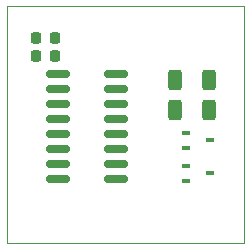
<source format=gbr>
G04 #@! TF.GenerationSoftware,KiCad,Pcbnew,(5.99.0-11522-g728b160719)*
G04 #@! TF.CreationDate,2021-08-06T10:01:41+10:00*
G04 #@! TF.ProjectId,USB-TTL,5553422d-5454-44c2-9e6b-696361645f70,rev?*
G04 #@! TF.SameCoordinates,Original*
G04 #@! TF.FileFunction,Paste,Top*
G04 #@! TF.FilePolarity,Positive*
%FSLAX46Y46*%
G04 Gerber Fmt 4.6, Leading zero omitted, Abs format (unit mm)*
G04 Created by KiCad (PCBNEW (5.99.0-11522-g728b160719)) date 2021-08-06 10:01:41*
%MOMM*%
%LPD*%
G01*
G04 APERTURE LIST*
G04 Aperture macros list*
%AMRoundRect*
0 Rectangle with rounded corners*
0 $1 Rounding radius*
0 $2 $3 $4 $5 $6 $7 $8 $9 X,Y pos of 4 corners*
0 Add a 4 corners polygon primitive as box body*
4,1,4,$2,$3,$4,$5,$6,$7,$8,$9,$2,$3,0*
0 Add four circle primitives for the rounded corners*
1,1,$1+$1,$2,$3*
1,1,$1+$1,$4,$5*
1,1,$1+$1,$6,$7*
1,1,$1+$1,$8,$9*
0 Add four rect primitives between the rounded corners*
20,1,$1+$1,$2,$3,$4,$5,0*
20,1,$1+$1,$4,$5,$6,$7,0*
20,1,$1+$1,$6,$7,$8,$9,0*
20,1,$1+$1,$8,$9,$2,$3,0*%
G04 Aperture macros list end*
G04 #@! TA.AperFunction,Profile*
%ADD10C,0.100000*%
G04 #@! TD*
%ADD11RoundRect,0.150000X-0.825000X-0.150000X0.825000X-0.150000X0.825000X0.150000X-0.825000X0.150000X0*%
%ADD12RoundRect,0.250000X-0.312500X-0.625000X0.312500X-0.625000X0.312500X0.625000X-0.312500X0.625000X0*%
%ADD13RoundRect,0.225000X-0.225000X-0.250000X0.225000X-0.250000X0.225000X0.250000X-0.225000X0.250000X0*%
%ADD14R,0.700000X0.450000*%
G04 APERTURE END LIST*
D10*
X157988000Y-103734000D02*
X137922000Y-103734000D01*
X137922000Y-103734000D02*
X137922000Y-83668000D01*
X137922000Y-83668000D02*
X157988000Y-83668000D01*
X157988000Y-83668000D02*
X157988000Y-103734000D01*
D11*
G04 #@! TO.C,U1*
X142240000Y-89408000D03*
X142240000Y-90678000D03*
X142240000Y-91948000D03*
X142240000Y-93218000D03*
X142240000Y-94488000D03*
X142240000Y-95758000D03*
X142240000Y-97028000D03*
X142240000Y-98298000D03*
X147190000Y-98298000D03*
X147190000Y-97028000D03*
X147190000Y-95758000D03*
X147190000Y-94488000D03*
X147190000Y-93218000D03*
X147190000Y-91948000D03*
X147190000Y-90678000D03*
X147190000Y-89408000D03*
G04 #@! TD*
D12*
G04 #@! TO.C,R2*
X152146000Y-92456000D03*
X155071000Y-92456000D03*
G04 #@! TD*
G04 #@! TO.C,R1*
X152146000Y-89916000D03*
X155071000Y-89916000D03*
G04 #@! TD*
D13*
G04 #@! TO.C,C2*
X140449000Y-87884000D03*
X141999000Y-87884000D03*
G04 #@! TD*
D14*
G04 #@! TO.C,Q1*
X153116500Y-97140000D03*
X153116500Y-98440000D03*
X155116500Y-97790000D03*
G04 #@! TD*
D13*
G04 #@! TO.C,C1*
X140436000Y-86360000D03*
X141986000Y-86360000D03*
G04 #@! TD*
D14*
G04 #@! TO.C,Q2*
X153116500Y-94346000D03*
X153116500Y-95646000D03*
X155116500Y-94996000D03*
G04 #@! TD*
M02*

</source>
